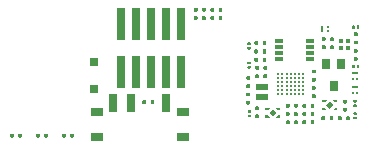
<source format=gbp>
G04 #@! TF.GenerationSoftware,KiCad,Pcbnew,(5.1.6)-1*
G04 #@! TF.CreationDate,2020-12-05T12:50:12+08:00*
G04 #@! TF.ProjectId,qomu-board,716f6d75-2d62-46f6-9172-642e6b696361,rev?*
G04 #@! TF.SameCoordinates,Original*
G04 #@! TF.FileFunction,Paste,Bot*
G04 #@! TF.FilePolarity,Positive*
%FSLAX46Y46*%
G04 Gerber Fmt 4.6, Leading zero omitted, Abs format (unit mm)*
G04 Created by KiCad (PCBNEW (5.1.6)-1) date 2020-12-05 12:50:12*
%MOMM*%
%LPD*%
G01*
G04 APERTURE LIST*
%ADD10C,0.100000*%
%ADD11R,0.700000X0.900000*%
%ADD12R,0.740000X2.790000*%
%ADD13R,0.400000X0.400000*%
%ADD14R,0.270000X0.180000*%
%ADD15R,0.270000X0.520000*%
%ADD16R,0.180000X0.270000*%
%ADD17R,0.520000X0.270000*%
%ADD18R,1.140000X0.575000*%
%ADD19R,0.700000X1.500000*%
%ADD20R,1.000000X0.800000*%
%ADD21R,0.670000X0.300000*%
%ADD22C,0.211000*%
%ADD23R,0.800000X0.800000*%
G04 APERTURE END LIST*
D10*
G36*
X40031802Y-25406000D02*
G01*
X40350000Y-25087802D01*
X40668198Y-25406000D01*
X40350000Y-25724198D01*
X40031802Y-25406000D01*
G37*
G36*
X40100000Y-25006000D02*
G01*
X39920000Y-25186000D01*
X39700000Y-25186000D01*
X39700000Y-24976000D01*
X40100000Y-24976000D01*
X40100000Y-25006000D01*
G37*
G36*
X41000000Y-25186000D02*
G01*
X40780000Y-25186000D01*
X40600000Y-25006000D01*
X40600000Y-24976000D01*
X41000000Y-24976000D01*
X41000000Y-25186000D01*
G37*
G36*
X41000000Y-25836000D02*
G01*
X40600000Y-25836000D01*
X40600000Y-25806000D01*
X40780000Y-25626000D01*
X41000000Y-25626000D01*
X41000000Y-25836000D01*
G37*
G36*
X40100000Y-25806000D02*
G01*
X40100000Y-25836000D01*
X39700000Y-25836000D01*
X39700000Y-25626000D01*
X39920000Y-25626000D01*
X40100000Y-25806000D01*
G37*
G36*
X35848198Y-26050000D02*
G01*
X35530000Y-26368198D01*
X35211802Y-26050000D01*
X35530000Y-25731802D01*
X35848198Y-26050000D01*
G37*
G36*
X35780000Y-26450000D02*
G01*
X35960000Y-26270000D01*
X36180000Y-26270000D01*
X36180000Y-26480000D01*
X35780000Y-26480000D01*
X35780000Y-26450000D01*
G37*
G36*
X34880000Y-26270000D02*
G01*
X35100000Y-26270000D01*
X35280000Y-26450000D01*
X35280000Y-26480000D01*
X34880000Y-26480000D01*
X34880000Y-26270000D01*
G37*
G36*
X34880000Y-25620000D02*
G01*
X35280000Y-25620000D01*
X35280000Y-25650000D01*
X35100000Y-25830000D01*
X34880000Y-25830000D01*
X34880000Y-25620000D01*
G37*
G36*
X35780000Y-25650000D02*
G01*
X35780000Y-25620000D01*
X36180000Y-25620000D01*
X36180000Y-25830000D01*
X35960000Y-25830000D01*
X35780000Y-25650000D01*
G37*
D11*
X40050000Y-21900000D03*
X41350000Y-21900000D03*
X40700000Y-23800000D03*
D12*
X22685000Y-18535000D03*
X22685000Y-22605000D03*
X23955000Y-18535000D03*
X23955000Y-22605000D03*
X25225000Y-18535000D03*
X25225000Y-22605000D03*
X26495000Y-18535000D03*
X26495000Y-22605000D03*
X27765000Y-18535000D03*
X27765000Y-22605000D03*
G36*
G01*
X38046000Y-25570500D02*
X38046000Y-25369500D01*
G75*
G02*
X38125500Y-25290000I79500J0D01*
G01*
X38284500Y-25290000D01*
G75*
G02*
X38364000Y-25369500I0J-79500D01*
G01*
X38364000Y-25570500D01*
G75*
G02*
X38284500Y-25650000I-79500J0D01*
G01*
X38125500Y-25650000D01*
G75*
G02*
X38046000Y-25570500I0J79500D01*
G01*
G37*
G36*
G01*
X38736000Y-25570500D02*
X38736000Y-25369500D01*
G75*
G02*
X38815500Y-25290000I79500J0D01*
G01*
X38974500Y-25290000D01*
G75*
G02*
X39054000Y-25369500I0J-79500D01*
G01*
X39054000Y-25570500D01*
G75*
G02*
X38974500Y-25650000I-79500J0D01*
G01*
X38815500Y-25650000D01*
G75*
G02*
X38736000Y-25570500I0J79500D01*
G01*
G37*
G36*
G01*
X36646000Y-25570500D02*
X36646000Y-25369500D01*
G75*
G02*
X36725500Y-25290000I79500J0D01*
G01*
X36884500Y-25290000D01*
G75*
G02*
X36964000Y-25369500I0J-79500D01*
G01*
X36964000Y-25570500D01*
G75*
G02*
X36884500Y-25650000I-79500J0D01*
G01*
X36725500Y-25650000D01*
G75*
G02*
X36646000Y-25570500I0J79500D01*
G01*
G37*
G36*
G01*
X37336000Y-25570500D02*
X37336000Y-25369500D01*
G75*
G02*
X37415500Y-25290000I79500J0D01*
G01*
X37574500Y-25290000D01*
G75*
G02*
X37654000Y-25369500I0J-79500D01*
G01*
X37654000Y-25570500D01*
G75*
G02*
X37574500Y-25650000I-79500J0D01*
G01*
X37415500Y-25650000D01*
G75*
G02*
X37336000Y-25570500I0J79500D01*
G01*
G37*
D13*
X41873000Y-19970000D03*
X41273000Y-19970000D03*
X41873000Y-20570000D03*
X41273000Y-20570000D03*
D14*
X40225000Y-18795000D03*
X40225000Y-19145000D03*
D15*
X39725000Y-18970000D03*
D16*
X42675000Y-23225000D03*
X42325000Y-23225000D03*
D17*
X42500000Y-22725000D03*
D16*
X42675000Y-24375000D03*
X42325000Y-24375000D03*
D17*
X42500000Y-23875000D03*
D18*
X34648000Y-23880000D03*
X34648000Y-24705000D03*
D19*
X22020000Y-25270000D03*
X26520000Y-25270000D03*
X23520000Y-25270000D03*
D20*
X27920000Y-28120000D03*
X27920000Y-26020000D03*
X20620000Y-26020000D03*
X20620000Y-28120000D03*
D21*
X38723000Y-21511000D03*
X38723000Y-21011000D03*
X38723000Y-20511000D03*
X38723000Y-20011000D03*
X36073000Y-20011000D03*
X36073000Y-20511000D03*
X36073000Y-21011000D03*
X36073000Y-21501000D03*
D22*
X36000000Y-24495000D03*
X36000000Y-24145000D03*
X36000000Y-23795000D03*
X36000000Y-23445000D03*
X36000000Y-23095000D03*
X36000000Y-22745000D03*
X36350000Y-24495000D03*
X36350000Y-24145000D03*
X36350000Y-23795000D03*
X36350000Y-23445000D03*
X36350000Y-23095000D03*
X36350000Y-22745000D03*
X36700000Y-24495000D03*
X36700000Y-24145000D03*
X36700000Y-23795000D03*
X36700000Y-23445000D03*
X36700000Y-23095000D03*
X36700000Y-22745000D03*
X37050000Y-24495000D03*
X37050000Y-24145000D03*
X37050000Y-23795000D03*
X37050000Y-23445000D03*
X37050000Y-23095000D03*
X37050000Y-22745000D03*
X37400000Y-24495000D03*
X37400000Y-24145000D03*
X37400000Y-23795000D03*
X37400000Y-23445000D03*
X37400000Y-23095000D03*
X37400000Y-22745000D03*
X37750000Y-24495000D03*
X37750000Y-24145000D03*
X37750000Y-23795000D03*
X37750000Y-23445000D03*
X37750000Y-23095000D03*
X37750000Y-22745000D03*
X38100000Y-24495000D03*
X38100000Y-24145000D03*
X38100000Y-23795000D03*
X38100000Y-23445000D03*
X38100000Y-23095000D03*
X38100000Y-22745000D03*
G36*
G01*
X16504000Y-27899500D02*
X16504000Y-28100500D01*
G75*
G02*
X16424500Y-28180000I-79500J0D01*
G01*
X16265500Y-28180000D01*
G75*
G02*
X16186000Y-28100500I0J79500D01*
G01*
X16186000Y-27899500D01*
G75*
G02*
X16265500Y-27820000I79500J0D01*
G01*
X16424500Y-27820000D01*
G75*
G02*
X16504000Y-27899500I0J-79500D01*
G01*
G37*
G36*
G01*
X15814000Y-27899500D02*
X15814000Y-28100500D01*
G75*
G02*
X15734500Y-28180000I-79500J0D01*
G01*
X15575500Y-28180000D01*
G75*
G02*
X15496000Y-28100500I0J79500D01*
G01*
X15496000Y-27899500D01*
G75*
G02*
X15575500Y-27820000I79500J0D01*
G01*
X15734500Y-27820000D01*
G75*
G02*
X15814000Y-27899500I0J-79500D01*
G01*
G37*
G36*
G01*
X13296000Y-28100500D02*
X13296000Y-27899500D01*
G75*
G02*
X13375500Y-27820000I79500J0D01*
G01*
X13534500Y-27820000D01*
G75*
G02*
X13614000Y-27899500I0J-79500D01*
G01*
X13614000Y-28100500D01*
G75*
G02*
X13534500Y-28180000I-79500J0D01*
G01*
X13375500Y-28180000D01*
G75*
G02*
X13296000Y-28100500I0J79500D01*
G01*
G37*
G36*
G01*
X13986000Y-28100500D02*
X13986000Y-27899500D01*
G75*
G02*
X14065500Y-27820000I79500J0D01*
G01*
X14224500Y-27820000D01*
G75*
G02*
X14304000Y-27899500I0J-79500D01*
G01*
X14304000Y-28100500D01*
G75*
G02*
X14224500Y-28180000I-79500J0D01*
G01*
X14065500Y-28180000D01*
G75*
G02*
X13986000Y-28100500I0J79500D01*
G01*
G37*
D23*
X20425000Y-24020000D03*
X20425000Y-21770000D03*
G36*
G01*
X31264000Y-17239500D02*
X31264000Y-17440500D01*
G75*
G02*
X31184500Y-17520000I-79500J0D01*
G01*
X31025500Y-17520000D01*
G75*
G02*
X30946000Y-17440500I0J79500D01*
G01*
X30946000Y-17239500D01*
G75*
G02*
X31025500Y-17160000I79500J0D01*
G01*
X31184500Y-17160000D01*
G75*
G02*
X31264000Y-17239500I0J-79500D01*
G01*
G37*
G36*
G01*
X30574000Y-17239500D02*
X30574000Y-17440500D01*
G75*
G02*
X30494500Y-17520000I-79500J0D01*
G01*
X30335500Y-17520000D01*
G75*
G02*
X30256000Y-17440500I0J79500D01*
G01*
X30256000Y-17239500D01*
G75*
G02*
X30335500Y-17160000I79500J0D01*
G01*
X30494500Y-17160000D01*
G75*
G02*
X30574000Y-17239500I0J-79500D01*
G01*
G37*
G36*
G01*
X30256000Y-18145500D02*
X30256000Y-17944500D01*
G75*
G02*
X30335500Y-17865000I79500J0D01*
G01*
X30494500Y-17865000D01*
G75*
G02*
X30574000Y-17944500I0J-79500D01*
G01*
X30574000Y-18145500D01*
G75*
G02*
X30494500Y-18225000I-79500J0D01*
G01*
X30335500Y-18225000D01*
G75*
G02*
X30256000Y-18145500I0J79500D01*
G01*
G37*
G36*
G01*
X30946000Y-18145500D02*
X30946000Y-17944500D01*
G75*
G02*
X31025500Y-17865000I79500J0D01*
G01*
X31184500Y-17865000D01*
G75*
G02*
X31264000Y-17944500I0J-79500D01*
G01*
X31264000Y-18145500D01*
G75*
G02*
X31184500Y-18225000I-79500J0D01*
G01*
X31025500Y-18225000D01*
G75*
G02*
X30946000Y-18145500I0J79500D01*
G01*
G37*
G36*
G01*
X39054000Y-26069500D02*
X39054000Y-26270500D01*
G75*
G02*
X38974500Y-26350000I-79500J0D01*
G01*
X38815500Y-26350000D01*
G75*
G02*
X38736000Y-26270500I0J79500D01*
G01*
X38736000Y-26069500D01*
G75*
G02*
X38815500Y-25990000I79500J0D01*
G01*
X38974500Y-25990000D01*
G75*
G02*
X39054000Y-26069500I0J-79500D01*
G01*
G37*
G36*
G01*
X38364000Y-26069500D02*
X38364000Y-26270500D01*
G75*
G02*
X38284500Y-26350000I-79500J0D01*
G01*
X38125500Y-26350000D01*
G75*
G02*
X38046000Y-26270500I0J79500D01*
G01*
X38046000Y-26069500D01*
G75*
G02*
X38125500Y-25990000I79500J0D01*
G01*
X38284500Y-25990000D01*
G75*
G02*
X38364000Y-26069500I0J-79500D01*
G01*
G37*
G36*
G01*
X35054000Y-22169500D02*
X35054000Y-22370500D01*
G75*
G02*
X34974500Y-22450000I-79500J0D01*
G01*
X34815500Y-22450000D01*
G75*
G02*
X34736000Y-22370500I0J79500D01*
G01*
X34736000Y-22169500D01*
G75*
G02*
X34815500Y-22090000I79500J0D01*
G01*
X34974500Y-22090000D01*
G75*
G02*
X35054000Y-22169500I0J-79500D01*
G01*
G37*
G36*
G01*
X34364000Y-22169500D02*
X34364000Y-22370500D01*
G75*
G02*
X34284500Y-22450000I-79500J0D01*
G01*
X34125500Y-22450000D01*
G75*
G02*
X34046000Y-22370500I0J79500D01*
G01*
X34046000Y-22169500D01*
G75*
G02*
X34125500Y-22090000I79500J0D01*
G01*
X34284500Y-22090000D01*
G75*
G02*
X34364000Y-22169500I0J-79500D01*
G01*
G37*
G36*
G01*
X33550500Y-25374000D02*
X33349500Y-25374000D01*
G75*
G02*
X33270000Y-25294500I0J79500D01*
G01*
X33270000Y-25135500D01*
G75*
G02*
X33349500Y-25056000I79500J0D01*
G01*
X33550500Y-25056000D01*
G75*
G02*
X33630000Y-25135500I0J-79500D01*
G01*
X33630000Y-25294500D01*
G75*
G02*
X33550500Y-25374000I-79500J0D01*
G01*
G37*
G36*
G01*
X33550500Y-24684000D02*
X33349500Y-24684000D01*
G75*
G02*
X33270000Y-24604500I0J79500D01*
G01*
X33270000Y-24445500D01*
G75*
G02*
X33349500Y-24366000I79500J0D01*
G01*
X33550500Y-24366000D01*
G75*
G02*
X33630000Y-24445500I0J-79500D01*
G01*
X33630000Y-24604500D01*
G75*
G02*
X33550500Y-24684000I-79500J0D01*
G01*
G37*
G36*
G01*
X33560500Y-23974000D02*
X33359500Y-23974000D01*
G75*
G02*
X33280000Y-23894500I0J79500D01*
G01*
X33280000Y-23735500D01*
G75*
G02*
X33359500Y-23656000I79500J0D01*
G01*
X33560500Y-23656000D01*
G75*
G02*
X33640000Y-23735500I0J-79500D01*
G01*
X33640000Y-23894500D01*
G75*
G02*
X33560500Y-23974000I-79500J0D01*
G01*
G37*
G36*
G01*
X33560500Y-23284000D02*
X33359500Y-23284000D01*
G75*
G02*
X33280000Y-23204500I0J79500D01*
G01*
X33280000Y-23045500D01*
G75*
G02*
X33359500Y-22966000I79500J0D01*
G01*
X33560500Y-22966000D01*
G75*
G02*
X33640000Y-23045500I0J-79500D01*
G01*
X33640000Y-23204500D01*
G75*
G02*
X33560500Y-23284000I-79500J0D01*
G01*
G37*
G36*
G01*
X42650500Y-21674000D02*
X42449500Y-21674000D01*
G75*
G02*
X42370000Y-21594500I0J79500D01*
G01*
X42370000Y-21435500D01*
G75*
G02*
X42449500Y-21356000I79500J0D01*
G01*
X42650500Y-21356000D01*
G75*
G02*
X42730000Y-21435500I0J-79500D01*
G01*
X42730000Y-21594500D01*
G75*
G02*
X42650500Y-21674000I-79500J0D01*
G01*
G37*
G36*
G01*
X42650500Y-20984000D02*
X42449500Y-20984000D01*
G75*
G02*
X42370000Y-20904500I0J79500D01*
G01*
X42370000Y-20745500D01*
G75*
G02*
X42449500Y-20666000I79500J0D01*
G01*
X42650500Y-20666000D01*
G75*
G02*
X42730000Y-20745500I0J-79500D01*
G01*
X42730000Y-20904500D01*
G75*
G02*
X42650500Y-20984000I-79500J0D01*
G01*
G37*
G36*
G01*
X42449500Y-19956000D02*
X42650500Y-19956000D01*
G75*
G02*
X42730000Y-20035500I0J-79500D01*
G01*
X42730000Y-20194500D01*
G75*
G02*
X42650500Y-20274000I-79500J0D01*
G01*
X42449500Y-20274000D01*
G75*
G02*
X42370000Y-20194500I0J79500D01*
G01*
X42370000Y-20035500D01*
G75*
G02*
X42449500Y-19956000I79500J0D01*
G01*
G37*
G36*
G01*
X42449500Y-19266000D02*
X42650500Y-19266000D01*
G75*
G02*
X42730000Y-19345500I0J-79500D01*
G01*
X42730000Y-19504500D01*
G75*
G02*
X42650500Y-19584000I-79500J0D01*
G01*
X42449500Y-19584000D01*
G75*
G02*
X42370000Y-19504500I0J79500D01*
G01*
X42370000Y-19345500D01*
G75*
G02*
X42449500Y-19266000I79500J0D01*
G01*
G37*
G36*
G01*
X40449500Y-19666000D02*
X40650500Y-19666000D01*
G75*
G02*
X40730000Y-19745500I0J-79500D01*
G01*
X40730000Y-19904500D01*
G75*
G02*
X40650500Y-19984000I-79500J0D01*
G01*
X40449500Y-19984000D01*
G75*
G02*
X40370000Y-19904500I0J79500D01*
G01*
X40370000Y-19745500D01*
G75*
G02*
X40449500Y-19666000I79500J0D01*
G01*
G37*
G36*
G01*
X40449500Y-20356000D02*
X40650500Y-20356000D01*
G75*
G02*
X40730000Y-20435500I0J-79500D01*
G01*
X40730000Y-20594500D01*
G75*
G02*
X40650500Y-20674000I-79500J0D01*
G01*
X40449500Y-20674000D01*
G75*
G02*
X40370000Y-20594500I0J79500D01*
G01*
X40370000Y-20435500D01*
G75*
G02*
X40449500Y-20356000I79500J0D01*
G01*
G37*
G36*
G01*
X28856000Y-18145500D02*
X28856000Y-17944500D01*
G75*
G02*
X28935500Y-17865000I79500J0D01*
G01*
X29094500Y-17865000D01*
G75*
G02*
X29174000Y-17944500I0J-79500D01*
G01*
X29174000Y-18145500D01*
G75*
G02*
X29094500Y-18225000I-79500J0D01*
G01*
X28935500Y-18225000D01*
G75*
G02*
X28856000Y-18145500I0J79500D01*
G01*
G37*
G36*
G01*
X29546000Y-18145500D02*
X29546000Y-17944500D01*
G75*
G02*
X29625500Y-17865000I79500J0D01*
G01*
X29784500Y-17865000D01*
G75*
G02*
X29864000Y-17944500I0J-79500D01*
G01*
X29864000Y-18145500D01*
G75*
G02*
X29784500Y-18225000I-79500J0D01*
G01*
X29625500Y-18225000D01*
G75*
G02*
X29546000Y-18145500I0J79500D01*
G01*
G37*
G36*
G01*
X28856000Y-17440500D02*
X28856000Y-17239500D01*
G75*
G02*
X28935500Y-17160000I79500J0D01*
G01*
X29094500Y-17160000D01*
G75*
G02*
X29174000Y-17239500I0J-79500D01*
G01*
X29174000Y-17440500D01*
G75*
G02*
X29094500Y-17520000I-79500J0D01*
G01*
X28935500Y-17520000D01*
G75*
G02*
X28856000Y-17440500I0J79500D01*
G01*
G37*
G36*
G01*
X29546000Y-17440500D02*
X29546000Y-17239500D01*
G75*
G02*
X29625500Y-17160000I79500J0D01*
G01*
X29784500Y-17160000D01*
G75*
G02*
X29864000Y-17239500I0J-79500D01*
G01*
X29864000Y-17440500D01*
G75*
G02*
X29784500Y-17520000I-79500J0D01*
G01*
X29625500Y-17520000D01*
G75*
G02*
X29546000Y-17440500I0J79500D01*
G01*
G37*
G36*
G01*
X34992000Y-20769500D02*
X34992000Y-20970500D01*
G75*
G02*
X34912500Y-21050000I-79500J0D01*
G01*
X34753500Y-21050000D01*
G75*
G02*
X34674000Y-20970500I0J79500D01*
G01*
X34674000Y-20769500D01*
G75*
G02*
X34753500Y-20690000I79500J0D01*
G01*
X34912500Y-20690000D01*
G75*
G02*
X34992000Y-20769500I0J-79500D01*
G01*
G37*
G36*
G01*
X34302000Y-20769500D02*
X34302000Y-20970500D01*
G75*
G02*
X34222500Y-21050000I-79500J0D01*
G01*
X34063500Y-21050000D01*
G75*
G02*
X33984000Y-20970500I0J79500D01*
G01*
X33984000Y-20769500D01*
G75*
G02*
X34063500Y-20690000I79500J0D01*
G01*
X34222500Y-20690000D01*
G75*
G02*
X34302000Y-20769500I0J-79500D01*
G01*
G37*
G36*
G01*
X34992000Y-20069500D02*
X34992000Y-20270500D01*
G75*
G02*
X34912500Y-20350000I-79500J0D01*
G01*
X34753500Y-20350000D01*
G75*
G02*
X34674000Y-20270500I0J79500D01*
G01*
X34674000Y-20069500D01*
G75*
G02*
X34753500Y-19990000I79500J0D01*
G01*
X34912500Y-19990000D01*
G75*
G02*
X34992000Y-20069500I0J-79500D01*
G01*
G37*
G36*
G01*
X34302000Y-20069500D02*
X34302000Y-20270500D01*
G75*
G02*
X34222500Y-20350000I-79500J0D01*
G01*
X34063500Y-20350000D01*
G75*
G02*
X33984000Y-20270500I0J79500D01*
G01*
X33984000Y-20069500D01*
G75*
G02*
X34063500Y-19990000I79500J0D01*
G01*
X34222500Y-19990000D01*
G75*
G02*
X34302000Y-20069500I0J-79500D01*
G01*
G37*
G36*
G01*
X34992000Y-21469500D02*
X34992000Y-21670500D01*
G75*
G02*
X34912500Y-21750000I-79500J0D01*
G01*
X34753500Y-21750000D01*
G75*
G02*
X34674000Y-21670500I0J79500D01*
G01*
X34674000Y-21469500D01*
G75*
G02*
X34753500Y-21390000I79500J0D01*
G01*
X34912500Y-21390000D01*
G75*
G02*
X34992000Y-21469500I0J-79500D01*
G01*
G37*
G36*
G01*
X34302000Y-21469500D02*
X34302000Y-21670500D01*
G75*
G02*
X34222500Y-21750000I-79500J0D01*
G01*
X34063500Y-21750000D01*
G75*
G02*
X33984000Y-21670500I0J79500D01*
G01*
X33984000Y-21469500D01*
G75*
G02*
X34063500Y-21390000I79500J0D01*
G01*
X34222500Y-21390000D01*
G75*
G02*
X34302000Y-21469500I0J-79500D01*
G01*
G37*
G36*
G01*
X18704000Y-27899500D02*
X18704000Y-28100500D01*
G75*
G02*
X18624500Y-28180000I-79500J0D01*
G01*
X18465500Y-28180000D01*
G75*
G02*
X18386000Y-28100500I0J79500D01*
G01*
X18386000Y-27899500D01*
G75*
G02*
X18465500Y-27820000I79500J0D01*
G01*
X18624500Y-27820000D01*
G75*
G02*
X18704000Y-27899500I0J-79500D01*
G01*
G37*
G36*
G01*
X18014000Y-27899500D02*
X18014000Y-28100500D01*
G75*
G02*
X17934500Y-28180000I-79500J0D01*
G01*
X17775500Y-28180000D01*
G75*
G02*
X17696000Y-28100500I0J79500D01*
G01*
X17696000Y-27899500D01*
G75*
G02*
X17775500Y-27820000I79500J0D01*
G01*
X17934500Y-27820000D01*
G75*
G02*
X18014000Y-27899500I0J-79500D01*
G01*
G37*
G36*
G01*
X41046000Y-26620500D02*
X41046000Y-26419500D01*
G75*
G02*
X41125500Y-26340000I79500J0D01*
G01*
X41284500Y-26340000D01*
G75*
G02*
X41364000Y-26419500I0J-79500D01*
G01*
X41364000Y-26620500D01*
G75*
G02*
X41284500Y-26700000I-79500J0D01*
G01*
X41125500Y-26700000D01*
G75*
G02*
X41046000Y-26620500I0J79500D01*
G01*
G37*
G36*
G01*
X41736000Y-26620500D02*
X41736000Y-26419500D01*
G75*
G02*
X41815500Y-26340000I79500J0D01*
G01*
X41974500Y-26340000D01*
G75*
G02*
X42054000Y-26419500I0J-79500D01*
G01*
X42054000Y-26620500D01*
G75*
G02*
X41974500Y-26700000I-79500J0D01*
G01*
X41815500Y-26700000D01*
G75*
G02*
X41736000Y-26620500I0J79500D01*
G01*
G37*
G36*
G01*
X39054000Y-26769500D02*
X39054000Y-26970500D01*
G75*
G02*
X38974500Y-27050000I-79500J0D01*
G01*
X38815500Y-27050000D01*
G75*
G02*
X38736000Y-26970500I0J79500D01*
G01*
X38736000Y-26769500D01*
G75*
G02*
X38815500Y-26690000I79500J0D01*
G01*
X38974500Y-26690000D01*
G75*
G02*
X39054000Y-26769500I0J-79500D01*
G01*
G37*
G36*
G01*
X38364000Y-26769500D02*
X38364000Y-26970500D01*
G75*
G02*
X38284500Y-27050000I-79500J0D01*
G01*
X38125500Y-27050000D01*
G75*
G02*
X38046000Y-26970500I0J79500D01*
G01*
X38046000Y-26769500D01*
G75*
G02*
X38125500Y-26690000I79500J0D01*
G01*
X38284500Y-26690000D01*
G75*
G02*
X38364000Y-26769500I0J-79500D01*
G01*
G37*
G36*
G01*
X33610500Y-20720000D02*
X33425500Y-20720000D01*
G75*
G02*
X33368000Y-20662500I0J57500D01*
G01*
X33368000Y-20547500D01*
G75*
G02*
X33425500Y-20490000I57500J0D01*
G01*
X33610500Y-20490000D01*
G75*
G02*
X33668000Y-20547500I0J-57500D01*
G01*
X33668000Y-20662500D01*
G75*
G02*
X33610500Y-20720000I-57500J0D01*
G01*
G37*
G36*
G01*
X33610500Y-20340000D02*
X33425500Y-20340000D01*
G75*
G02*
X33368000Y-20282500I0J57500D01*
G01*
X33368000Y-20167500D01*
G75*
G02*
X33425500Y-20110000I57500J0D01*
G01*
X33610500Y-20110000D01*
G75*
G02*
X33668000Y-20167500I0J-57500D01*
G01*
X33668000Y-20282500D01*
G75*
G02*
X33610500Y-20340000I-57500J0D01*
G01*
G37*
G36*
G01*
X33435500Y-21730000D02*
X33620500Y-21730000D01*
G75*
G02*
X33678000Y-21787500I0J-57500D01*
G01*
X33678000Y-21902500D01*
G75*
G02*
X33620500Y-21960000I-57500J0D01*
G01*
X33435500Y-21960000D01*
G75*
G02*
X33378000Y-21902500I0J57500D01*
G01*
X33378000Y-21787500D01*
G75*
G02*
X33435500Y-21730000I57500J0D01*
G01*
G37*
G36*
G01*
X33435500Y-22110000D02*
X33620500Y-22110000D01*
G75*
G02*
X33678000Y-22167500I0J-57500D01*
G01*
X33678000Y-22282500D01*
G75*
G02*
X33620500Y-22340000I-57500J0D01*
G01*
X33435500Y-22340000D01*
G75*
G02*
X33378000Y-22282500I0J57500D01*
G01*
X33378000Y-22167500D01*
G75*
G02*
X33435500Y-22110000I57500J0D01*
G01*
G37*
G36*
G01*
X33457500Y-25830000D02*
X33642500Y-25830000D01*
G75*
G02*
X33700000Y-25887500I0J-57500D01*
G01*
X33700000Y-26002500D01*
G75*
G02*
X33642500Y-26060000I-57500J0D01*
G01*
X33457500Y-26060000D01*
G75*
G02*
X33400000Y-26002500I0J57500D01*
G01*
X33400000Y-25887500D01*
G75*
G02*
X33457500Y-25830000I57500J0D01*
G01*
G37*
G36*
G01*
X33457500Y-26210000D02*
X33642500Y-26210000D01*
G75*
G02*
X33700000Y-26267500I0J-57500D01*
G01*
X33700000Y-26382500D01*
G75*
G02*
X33642500Y-26440000I-57500J0D01*
G01*
X33457500Y-26440000D01*
G75*
G02*
X33400000Y-26382500I0J57500D01*
G01*
X33400000Y-26267500D01*
G75*
G02*
X33457500Y-26210000I57500J0D01*
G01*
G37*
G36*
G01*
X42592500Y-26625000D02*
X42407500Y-26625000D01*
G75*
G02*
X42350000Y-26567500I0J57500D01*
G01*
X42350000Y-26452500D01*
G75*
G02*
X42407500Y-26395000I57500J0D01*
G01*
X42592500Y-26395000D01*
G75*
G02*
X42650000Y-26452500I0J-57500D01*
G01*
X42650000Y-26567500D01*
G75*
G02*
X42592500Y-26625000I-57500J0D01*
G01*
G37*
G36*
G01*
X42592500Y-26245000D02*
X42407500Y-26245000D01*
G75*
G02*
X42350000Y-26187500I0J57500D01*
G01*
X42350000Y-26072500D01*
G75*
G02*
X42407500Y-26015000I57500J0D01*
G01*
X42592500Y-26015000D01*
G75*
G02*
X42650000Y-26072500I0J-57500D01*
G01*
X42650000Y-26187500D01*
G75*
G02*
X42592500Y-26245000I-57500J0D01*
G01*
G37*
G36*
G01*
X42855000Y-22057500D02*
X42855000Y-22242500D01*
G75*
G02*
X42797500Y-22300000I-57500J0D01*
G01*
X42682500Y-22300000D01*
G75*
G02*
X42625000Y-22242500I0J57500D01*
G01*
X42625000Y-22057500D01*
G75*
G02*
X42682500Y-22000000I57500J0D01*
G01*
X42797500Y-22000000D01*
G75*
G02*
X42855000Y-22057500I0J-57500D01*
G01*
G37*
G36*
G01*
X42475000Y-22057500D02*
X42475000Y-22242500D01*
G75*
G02*
X42417500Y-22300000I-57500J0D01*
G01*
X42302500Y-22300000D01*
G75*
G02*
X42245000Y-22242500I0J57500D01*
G01*
X42245000Y-22057500D01*
G75*
G02*
X42302500Y-22000000I57500J0D01*
G01*
X42417500Y-22000000D01*
G75*
G02*
X42475000Y-22057500I0J-57500D01*
G01*
G37*
G36*
G01*
X42407500Y-24965000D02*
X42592500Y-24965000D01*
G75*
G02*
X42650000Y-25022500I0J-57500D01*
G01*
X42650000Y-25137500D01*
G75*
G02*
X42592500Y-25195000I-57500J0D01*
G01*
X42407500Y-25195000D01*
G75*
G02*
X42350000Y-25137500I0J57500D01*
G01*
X42350000Y-25022500D01*
G75*
G02*
X42407500Y-24965000I57500J0D01*
G01*
G37*
G36*
G01*
X42407500Y-25345000D02*
X42592500Y-25345000D01*
G75*
G02*
X42650000Y-25402500I0J-57500D01*
G01*
X42650000Y-25517500D01*
G75*
G02*
X42592500Y-25575000I-57500J0D01*
G01*
X42407500Y-25575000D01*
G75*
G02*
X42350000Y-25517500I0J57500D01*
G01*
X42350000Y-25402500D01*
G75*
G02*
X42407500Y-25345000I57500J0D01*
G01*
G37*
G36*
G01*
X42855000Y-18727500D02*
X42855000Y-18912500D01*
G75*
G02*
X42797500Y-18970000I-57500J0D01*
G01*
X42682500Y-18970000D01*
G75*
G02*
X42625000Y-18912500I0J57500D01*
G01*
X42625000Y-18727500D01*
G75*
G02*
X42682500Y-18670000I57500J0D01*
G01*
X42797500Y-18670000D01*
G75*
G02*
X42855000Y-18727500I0J-57500D01*
G01*
G37*
G36*
G01*
X42475000Y-18727500D02*
X42475000Y-18912500D01*
G75*
G02*
X42417500Y-18970000I-57500J0D01*
G01*
X42302500Y-18970000D01*
G75*
G02*
X42245000Y-18912500I0J57500D01*
G01*
X42245000Y-18727500D01*
G75*
G02*
X42302500Y-18670000I57500J0D01*
G01*
X42417500Y-18670000D01*
G75*
G02*
X42475000Y-18727500I0J-57500D01*
G01*
G37*
G36*
G01*
X25504000Y-25069500D02*
X25504000Y-25270500D01*
G75*
G02*
X25424500Y-25350000I-79500J0D01*
G01*
X25265500Y-25350000D01*
G75*
G02*
X25186000Y-25270500I0J79500D01*
G01*
X25186000Y-25069500D01*
G75*
G02*
X25265500Y-24990000I79500J0D01*
G01*
X25424500Y-24990000D01*
G75*
G02*
X25504000Y-25069500I0J-79500D01*
G01*
G37*
G36*
G01*
X24814000Y-25069500D02*
X24814000Y-25270500D01*
G75*
G02*
X24734500Y-25350000I-79500J0D01*
G01*
X24575500Y-25350000D01*
G75*
G02*
X24496000Y-25270500I0J79500D01*
G01*
X24496000Y-25069500D01*
G75*
G02*
X24575500Y-24990000I79500J0D01*
G01*
X24734500Y-24990000D01*
G75*
G02*
X24814000Y-25069500I0J-79500D01*
G01*
G37*
G36*
G01*
X39646000Y-26620500D02*
X39646000Y-26419500D01*
G75*
G02*
X39725500Y-26340000I79500J0D01*
G01*
X39884500Y-26340000D01*
G75*
G02*
X39964000Y-26419500I0J-79500D01*
G01*
X39964000Y-26620500D01*
G75*
G02*
X39884500Y-26700000I-79500J0D01*
G01*
X39725500Y-26700000D01*
G75*
G02*
X39646000Y-26620500I0J79500D01*
G01*
G37*
G36*
G01*
X40336000Y-26620500D02*
X40336000Y-26419500D01*
G75*
G02*
X40415500Y-26340000I79500J0D01*
G01*
X40574500Y-26340000D01*
G75*
G02*
X40654000Y-26419500I0J-79500D01*
G01*
X40654000Y-26620500D01*
G75*
G02*
X40574500Y-26700000I-79500J0D01*
G01*
X40415500Y-26700000D01*
G75*
G02*
X40336000Y-26620500I0J79500D01*
G01*
G37*
G36*
G01*
X39100500Y-23424000D02*
X38899500Y-23424000D01*
G75*
G02*
X38820000Y-23344500I0J79500D01*
G01*
X38820000Y-23185500D01*
G75*
G02*
X38899500Y-23106000I79500J0D01*
G01*
X39100500Y-23106000D01*
G75*
G02*
X39180000Y-23185500I0J-79500D01*
G01*
X39180000Y-23344500D01*
G75*
G02*
X39100500Y-23424000I-79500J0D01*
G01*
G37*
G36*
G01*
X39100500Y-22734000D02*
X38899500Y-22734000D01*
G75*
G02*
X38820000Y-22654500I0J79500D01*
G01*
X38820000Y-22495500D01*
G75*
G02*
X38899500Y-22416000I79500J0D01*
G01*
X39100500Y-22416000D01*
G75*
G02*
X39180000Y-22495500I0J-79500D01*
G01*
X39180000Y-22654500D01*
G75*
G02*
X39100500Y-22734000I-79500J0D01*
G01*
G37*
G36*
G01*
X36646000Y-26270500D02*
X36646000Y-26069500D01*
G75*
G02*
X36725500Y-25990000I79500J0D01*
G01*
X36884500Y-25990000D01*
G75*
G02*
X36964000Y-26069500I0J-79500D01*
G01*
X36964000Y-26270500D01*
G75*
G02*
X36884500Y-26350000I-79500J0D01*
G01*
X36725500Y-26350000D01*
G75*
G02*
X36646000Y-26270500I0J79500D01*
G01*
G37*
G36*
G01*
X37336000Y-26270500D02*
X37336000Y-26069500D01*
G75*
G02*
X37415500Y-25990000I79500J0D01*
G01*
X37574500Y-25990000D01*
G75*
G02*
X37654000Y-26069500I0J-79500D01*
G01*
X37654000Y-26270500D01*
G75*
G02*
X37574500Y-26350000I-79500J0D01*
G01*
X37415500Y-26350000D01*
G75*
G02*
X37336000Y-26270500I0J79500D01*
G01*
G37*
G36*
G01*
X38899500Y-23816000D02*
X39100500Y-23816000D01*
G75*
G02*
X39180000Y-23895500I0J-79500D01*
G01*
X39180000Y-24054500D01*
G75*
G02*
X39100500Y-24134000I-79500J0D01*
G01*
X38899500Y-24134000D01*
G75*
G02*
X38820000Y-24054500I0J79500D01*
G01*
X38820000Y-23895500D01*
G75*
G02*
X38899500Y-23816000I79500J0D01*
G01*
G37*
G36*
G01*
X38899500Y-24506000D02*
X39100500Y-24506000D01*
G75*
G02*
X39180000Y-24585500I0J-79500D01*
G01*
X39180000Y-24744500D01*
G75*
G02*
X39100500Y-24824000I-79500J0D01*
G01*
X38899500Y-24824000D01*
G75*
G02*
X38820000Y-24744500I0J79500D01*
G01*
X38820000Y-24585500D01*
G75*
G02*
X38899500Y-24506000I79500J0D01*
G01*
G37*
G36*
G01*
X36646000Y-26970500D02*
X36646000Y-26769500D01*
G75*
G02*
X36725500Y-26690000I79500J0D01*
G01*
X36884500Y-26690000D01*
G75*
G02*
X36964000Y-26769500I0J-79500D01*
G01*
X36964000Y-26970500D01*
G75*
G02*
X36884500Y-27050000I-79500J0D01*
G01*
X36725500Y-27050000D01*
G75*
G02*
X36646000Y-26970500I0J79500D01*
G01*
G37*
G36*
G01*
X37336000Y-26970500D02*
X37336000Y-26769500D01*
G75*
G02*
X37415500Y-26690000I79500J0D01*
G01*
X37574500Y-26690000D01*
G75*
G02*
X37654000Y-26769500I0J-79500D01*
G01*
X37654000Y-26970500D01*
G75*
G02*
X37574500Y-27050000I-79500J0D01*
G01*
X37415500Y-27050000D01*
G75*
G02*
X37336000Y-26970500I0J79500D01*
G01*
G37*
G36*
G01*
X39749500Y-19666000D02*
X39950500Y-19666000D01*
G75*
G02*
X40030000Y-19745500I0J-79500D01*
G01*
X40030000Y-19904500D01*
G75*
G02*
X39950500Y-19984000I-79500J0D01*
G01*
X39749500Y-19984000D01*
G75*
G02*
X39670000Y-19904500I0J79500D01*
G01*
X39670000Y-19745500D01*
G75*
G02*
X39749500Y-19666000I79500J0D01*
G01*
G37*
G36*
G01*
X39749500Y-20356000D02*
X39950500Y-20356000D01*
G75*
G02*
X40030000Y-20435500I0J-79500D01*
G01*
X40030000Y-20594500D01*
G75*
G02*
X39950500Y-20674000I-79500J0D01*
G01*
X39749500Y-20674000D01*
G75*
G02*
X39670000Y-20594500I0J79500D01*
G01*
X39670000Y-20435500D01*
G75*
G02*
X39749500Y-20356000I79500J0D01*
G01*
G37*
G36*
G01*
X35054000Y-22869500D02*
X35054000Y-23070500D01*
G75*
G02*
X34974500Y-23150000I-79500J0D01*
G01*
X34815500Y-23150000D01*
G75*
G02*
X34736000Y-23070500I0J79500D01*
G01*
X34736000Y-22869500D01*
G75*
G02*
X34815500Y-22790000I79500J0D01*
G01*
X34974500Y-22790000D01*
G75*
G02*
X35054000Y-22869500I0J-79500D01*
G01*
G37*
G36*
G01*
X34364000Y-22869500D02*
X34364000Y-23070500D01*
G75*
G02*
X34284500Y-23150000I-79500J0D01*
G01*
X34125500Y-23150000D01*
G75*
G02*
X34046000Y-23070500I0J79500D01*
G01*
X34046000Y-22869500D01*
G75*
G02*
X34125500Y-22790000I79500J0D01*
G01*
X34284500Y-22790000D01*
G75*
G02*
X34364000Y-22869500I0J-79500D01*
G01*
G37*
G36*
G01*
X41750500Y-25974000D02*
X41549500Y-25974000D01*
G75*
G02*
X41470000Y-25894500I0J79500D01*
G01*
X41470000Y-25735500D01*
G75*
G02*
X41549500Y-25656000I79500J0D01*
G01*
X41750500Y-25656000D01*
G75*
G02*
X41830000Y-25735500I0J-79500D01*
G01*
X41830000Y-25894500D01*
G75*
G02*
X41750500Y-25974000I-79500J0D01*
G01*
G37*
G36*
G01*
X41750500Y-25284000D02*
X41549500Y-25284000D01*
G75*
G02*
X41470000Y-25204500I0J79500D01*
G01*
X41470000Y-25045500D01*
G75*
G02*
X41549500Y-24966000I79500J0D01*
G01*
X41750500Y-24966000D01*
G75*
G02*
X41830000Y-25045500I0J-79500D01*
G01*
X41830000Y-25204500D01*
G75*
G02*
X41750500Y-25284000I-79500J0D01*
G01*
G37*
G36*
G01*
X34099500Y-25516000D02*
X34300500Y-25516000D01*
G75*
G02*
X34380000Y-25595500I0J-79500D01*
G01*
X34380000Y-25754500D01*
G75*
G02*
X34300500Y-25834000I-79500J0D01*
G01*
X34099500Y-25834000D01*
G75*
G02*
X34020000Y-25754500I0J79500D01*
G01*
X34020000Y-25595500D01*
G75*
G02*
X34099500Y-25516000I79500J0D01*
G01*
G37*
G36*
G01*
X34099500Y-26206000D02*
X34300500Y-26206000D01*
G75*
G02*
X34380000Y-26285500I0J-79500D01*
G01*
X34380000Y-26444500D01*
G75*
G02*
X34300500Y-26524000I-79500J0D01*
G01*
X34099500Y-26524000D01*
G75*
G02*
X34020000Y-26444500I0J79500D01*
G01*
X34020000Y-26285500D01*
G75*
G02*
X34099500Y-26206000I79500J0D01*
G01*
G37*
M02*

</source>
